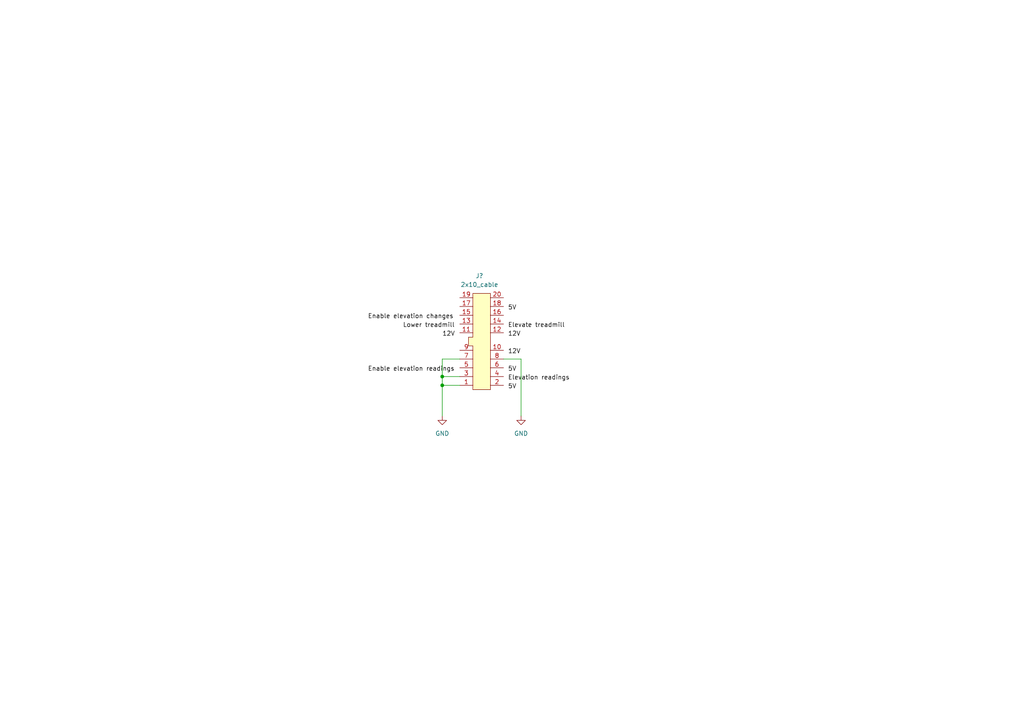
<source format=kicad_sch>
(kicad_sch (version 20211123) (generator eeschema)
  (paper "A4")
  (lib_symbols
    (symbol "Treadmill:2x10_cable" (pin_names (offset 1.016) hide)
      (property "Reference" "J" (at 0 16.51 0))
      (property "Value" "2x10_cable" (at 0 -16.51 0))
      (symbol "2x10_cable_0_1"
        (polyline (pts (xy -3.81 1.27) (xy -3.81 -1.27) (xy -2.54 -1.27) (xy -2.54 -13.97) (xy 2.54 -13.97) (xy 2.54 13.97) (xy -2.54 13.97) (xy -2.54 1.27) (xy -3.81 1.27)) (fill (type background)))
      )
      (symbol "2x10_cable_1_1"
        (pin passive line (at -6.35 -12.7 0) (length 3.81) (name "Pin_1") (number "1"))
        (pin passive line (at 6.35 -2.54 180) (length 3.81) (name "Pin_10") (number "10"))
        (pin passive line (at -6.35 2.54 0) (length 3.81) (name "Pin_11") (number "11"))
        (pin passive line (at 6.35 2.54 180) (length 3.81) (name "Pin_12") (number "12"))
        (pin passive line (at -6.35 5.08 0) (length 3.81) (name "Pin_13") (number "13"))
        (pin passive line (at 6.35 5.08 180) (length 3.81) (name "Pin_14") (number "14"))
        (pin passive line (at -6.35 7.62 0) (length 3.81) (name "Pin_15") (number "15"))
        (pin passive line (at 6.35 7.62 180) (length 3.81) (name "Pin_16") (number "16"))
        (pin passive line (at -6.35 10.16 0) (length 3.81) (name "Pin_17") (number "17"))
        (pin passive line (at 6.35 10.16 180) (length 3.81) (name "Pin_18") (number "18"))
        (pin passive line (at -6.35 12.7 0) (length 3.81) (name "Pin_19") (number "19"))
        (pin passive line (at 6.35 -12.7 180) (length 3.81) (name "Pin_2") (number "2"))
        (pin passive line (at 6.35 12.7 180) (length 3.81) (name "Pin_20") (number "20"))
        (pin passive line (at -6.35 -10.16 0) (length 3.81) (name "Pin_3") (number "3"))
        (pin passive line (at 6.35 -10.16 180) (length 3.81) (name "Pin_4") (number "4"))
        (pin passive line (at -6.35 -7.62 0) (length 3.81) (name "Pin_5") (number "5"))
        (pin passive line (at 6.35 -7.62 180) (length 3.81) (name "Pin_6") (number "6"))
        (pin passive line (at -6.35 -5.08 0) (length 3.81) (name "Pin_7") (number "7"))
        (pin passive line (at 6.35 -5.08 180) (length 3.81) (name "Pin_8") (number "8"))
        (pin passive line (at -6.35 -2.54 0) (length 3.81) (name "Pin_9") (number "9"))
      )
    )
    (symbol "power:GND" (power) (pin_names (offset 0))
      (property "Value" "GND" (at 0 -3.81 0))
      (symbol "GND_0_1"
        (polyline (pts (xy 0 0) (xy 0 -1.27) (xy 1.27 -1.27) (xy 0 -2.54) (xy -1.27 -1.27) (xy 0 -1.27)))
      )
      (symbol "GND_1_1"
        (pin power_in line (at 0 0 270) (length 0) hide (name "GND") (number "1"))
      )
    )
  )
  (junction (at 128.27 109.22))
  (junction (at 128.27 111.76))
  (wire (pts (xy 133.35 111.76) (xy 128.27 111.76)))
  (wire (pts (xy 146.05 104.14) (xy 151.13 104.14)))
  (wire (pts (xy 128.27 109.22) (xy 128.27 111.76)))
  (wire (pts (xy 133.35 104.14) (xy 128.27 104.14)))
  (wire (pts (xy 128.27 111.76) (xy 128.27 120.65)))
  (wire (pts (xy 128.27 104.14) (xy 128.27 109.22)))
  (wire (pts (xy 151.13 104.14) (xy 151.13 120.65)))
  (wire (pts (xy 133.35 109.22) (xy 128.27 109.22)))
  (label "12V" (at 128.27 97.79 0))
  (label "Enable elevation changes" (at 106.68 92.71 0))
  (label "Elevation readings" (at 147.32 110.49 0))
  (label "12V" (at 147.32 102.87 0))
  (label "5V" (at 147.32 90.17 0))
  (label "5V" (at 147.32 113.03 0))
  (label "Elevate treadmill" (at 147.32 95.25 0))
  (label "5V" (at 147.32 107.95 0))
  (label "12V" (at 147.32 97.79 0))
  (label "Lower treadmill" (at 116.84 95.25 0))
  (label "Enable elevation readings" (at 106.68 107.95 0))
  (symbol (lib_id "power:GND") (at 128.27 120.65 0) (unit 1)
    (property "Reference" "#PWR?" (effects hide))
    (property "Value" "GND" (at 128.27 125.73 0))
  )
  (symbol (lib_id "Treadmill:2x10_cable") (at 139.7 99.06 0) (unit 1)
    (property "Reference" "J?" (at 139.065 80.01 0))
    (property "Value" "2x10_cable" (at 139.065 82.55 0))
  )
  (symbol (lib_id "power:GND") (at 151.13 120.65 0) (unit 1)
    (property "Reference" "#PWR?" (effects hide))
    (property "Value" "GND" (at 151.13 125.73 0))
  )
)
</source>
